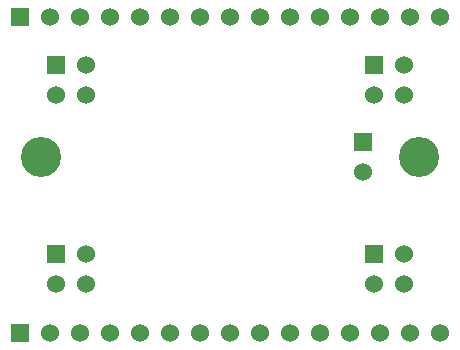
<source format=gbs>
G04 (created by PCBNEW (2013-mar-13)-testing) date Wed 23 Jul 2014 10:31:31 AM PDT*
%MOIN*%
G04 Gerber Fmt 3.4, Leading zero omitted, Abs format*
%FSLAX34Y34*%
G01*
G70*
G90*
G04 APERTURE LIST*
%ADD10C,0.005906*%
%ADD11R,0.060000X0.060000*%
%ADD12C,0.060000*%
%ADD13C,0.133900*%
G04 APERTURE END LIST*
G54D10*
G54D11*
X20559Y-33425D03*
G54D12*
X21559Y-33425D03*
X22559Y-33425D03*
X23559Y-33425D03*
X24559Y-33425D03*
X25559Y-33425D03*
X26559Y-33425D03*
X27559Y-33425D03*
X28559Y-33425D03*
X29559Y-33425D03*
X30559Y-33425D03*
X31559Y-33425D03*
X32559Y-33425D03*
X33559Y-33425D03*
X34559Y-33425D03*
G54D11*
X20559Y-22893D03*
G54D12*
X21559Y-22893D03*
X22559Y-22893D03*
X23559Y-22893D03*
X24559Y-22893D03*
X25559Y-22893D03*
X26559Y-22893D03*
X27559Y-22893D03*
X28559Y-22893D03*
X29559Y-22893D03*
X30559Y-22893D03*
X31559Y-22893D03*
X32559Y-22893D03*
X33559Y-22893D03*
X34559Y-22893D03*
G54D11*
X21744Y-24500D03*
G54D12*
X22744Y-24500D03*
X21744Y-25500D03*
X22744Y-25500D03*
G54D11*
X21744Y-30799D03*
G54D12*
X22744Y-30799D03*
X21744Y-31799D03*
X22744Y-31799D03*
G54D11*
X32374Y-24500D03*
G54D12*
X33374Y-24500D03*
X32374Y-25500D03*
X33374Y-25500D03*
G54D11*
X32374Y-30799D03*
G54D12*
X33374Y-30799D03*
X32374Y-31799D03*
X33374Y-31799D03*
G54D11*
X32007Y-27059D03*
G54D12*
X32007Y-28059D03*
G54D13*
X21259Y-27559D03*
X33858Y-27559D03*
M02*

</source>
